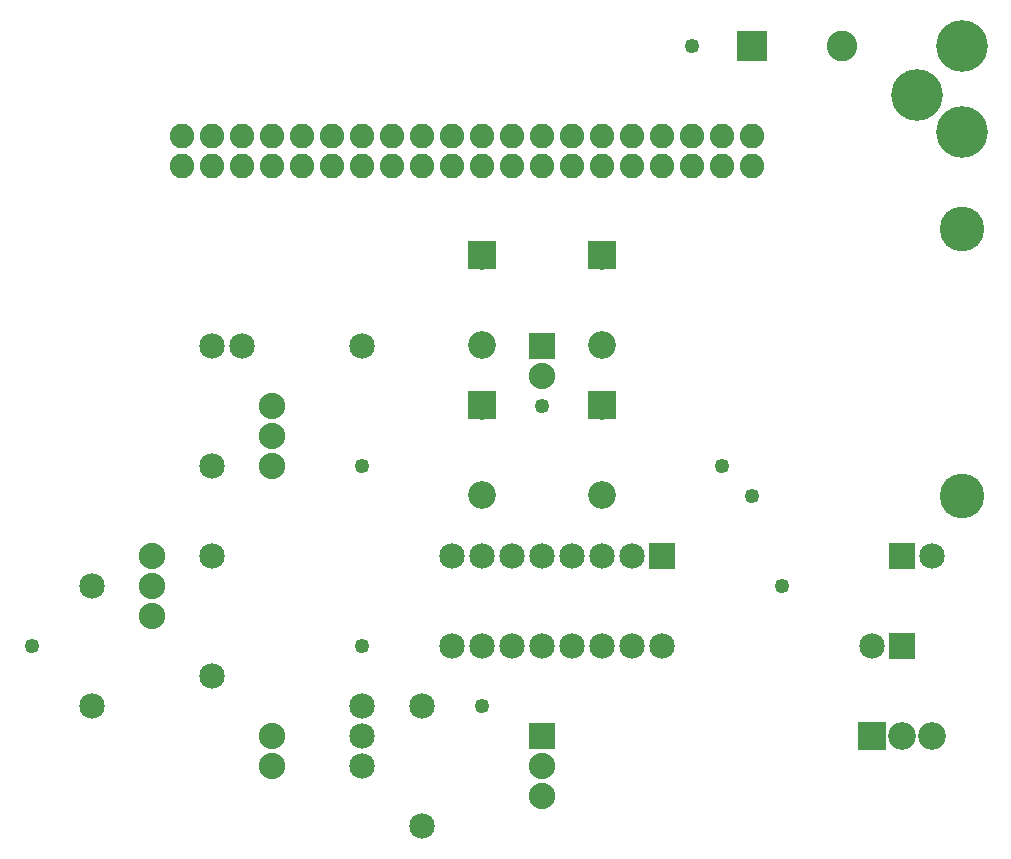
<source format=gts>
G04 MADE WITH FRITZING*
G04 WWW.FRITZING.ORG*
G04 DOUBLE SIDED*
G04 HOLES PLATED*
G04 CONTOUR ON CENTER OF CONTOUR VECTOR*
%ASAXBY*%
%FSLAX23Y23*%
%MOIN*%
%OFA0B0*%
%SFA1.0B1.0*%
%ADD10C,0.172000*%
%ADD11C,0.085000*%
%ADD12C,0.088000*%
%ADD13C,0.081889*%
%ADD14C,0.081917*%
%ADD15C,0.092000*%
%ADD16C,0.148890*%
%ADD17C,0.102000*%
%ADD18C,0.049370*%
%ADD19R,0.085000X0.085000*%
%ADD20R,0.092000X0.092000*%
%ADD21R,0.088000X0.088000*%
%ADD22R,0.102000X0.102000*%
%LNMASK1*%
G90*
G70*
G54D10*
X3223Y2423D03*
X3222Y2712D03*
X3075Y2548D03*
X3223Y2423D03*
X3222Y2712D03*
X3075Y2548D03*
G54D11*
X3022Y1012D03*
X3122Y1012D03*
X3022Y712D03*
X2922Y712D03*
X1222Y512D03*
X1222Y412D03*
X1222Y312D03*
X1422Y512D03*
X1422Y112D03*
G54D12*
X922Y412D03*
X922Y312D03*
G54D13*
X2522Y2412D03*
X2422Y2412D03*
X2322Y2412D03*
X2222Y2412D03*
G54D14*
X2122Y2412D03*
G54D13*
X2022Y2412D03*
X1922Y2412D03*
X1822Y2412D03*
X1722Y2412D03*
G54D14*
X1622Y2412D03*
G54D13*
X1522Y2412D03*
G54D14*
X1422Y2412D03*
G54D13*
X1322Y2412D03*
X1222Y2412D03*
X1122Y2412D03*
X1022Y2412D03*
G54D14*
X922Y2412D03*
G54D13*
X822Y2412D03*
X722Y2412D03*
X622Y2412D03*
X622Y2312D03*
X722Y2312D03*
X822Y2312D03*
G54D14*
X922Y2312D03*
G54D13*
X1022Y2312D03*
X1122Y2312D03*
X1222Y2312D03*
X1322Y2312D03*
G54D14*
X1422Y2312D03*
G54D13*
X1522Y2312D03*
G54D14*
X1622Y2312D03*
G54D13*
X1722Y2312D03*
X1822Y2312D03*
X1922Y2312D03*
X2022Y2312D03*
G54D14*
X2122Y2312D03*
G54D13*
X2222Y2312D03*
X2322Y2312D03*
X2422Y2312D03*
X2522Y2312D03*
G54D11*
X722Y612D03*
X722Y1012D03*
X322Y512D03*
X322Y912D03*
G54D15*
X2922Y412D03*
X3022Y412D03*
X3122Y412D03*
G54D11*
X2222Y1012D03*
X2222Y712D03*
X2122Y1012D03*
X2122Y712D03*
X2022Y1012D03*
X2022Y712D03*
X1922Y1012D03*
X1922Y712D03*
X1822Y1012D03*
X1822Y712D03*
X1722Y1012D03*
X1722Y712D03*
X1622Y1012D03*
X1622Y712D03*
X1522Y1012D03*
X1522Y712D03*
G54D12*
X1822Y1712D03*
X1822Y1612D03*
G54D15*
X2022Y1512D03*
X2022Y1214D03*
X1622Y1512D03*
X1622Y1214D03*
X1622Y2012D03*
X1622Y1714D03*
X2022Y2012D03*
X2022Y1714D03*
G54D16*
X3222Y2100D03*
X3222Y1212D03*
G54D17*
X2522Y2712D03*
X2822Y2712D03*
G54D11*
X722Y1712D03*
X722Y1312D03*
X822Y1712D03*
X1222Y1712D03*
G54D12*
X1822Y412D03*
X1822Y312D03*
X1822Y212D03*
X522Y1012D03*
X522Y912D03*
X522Y812D03*
X922Y1312D03*
X922Y1412D03*
X922Y1512D03*
G54D18*
X1622Y512D03*
X2522Y1212D03*
X2422Y1312D03*
X1222Y1312D03*
X2622Y912D03*
X1822Y1512D03*
X122Y712D03*
X2322Y2712D03*
X1222Y712D03*
G54D19*
X3022Y1012D03*
X3022Y712D03*
G54D20*
X2922Y412D03*
G54D19*
X2222Y1012D03*
G54D21*
X1822Y1712D03*
G54D20*
X2022Y1513D03*
X1622Y1513D03*
X1622Y2013D03*
X2022Y2013D03*
G54D22*
X2522Y2712D03*
G54D21*
X1822Y412D03*
G04 End of Mask1*
M02*
</source>
